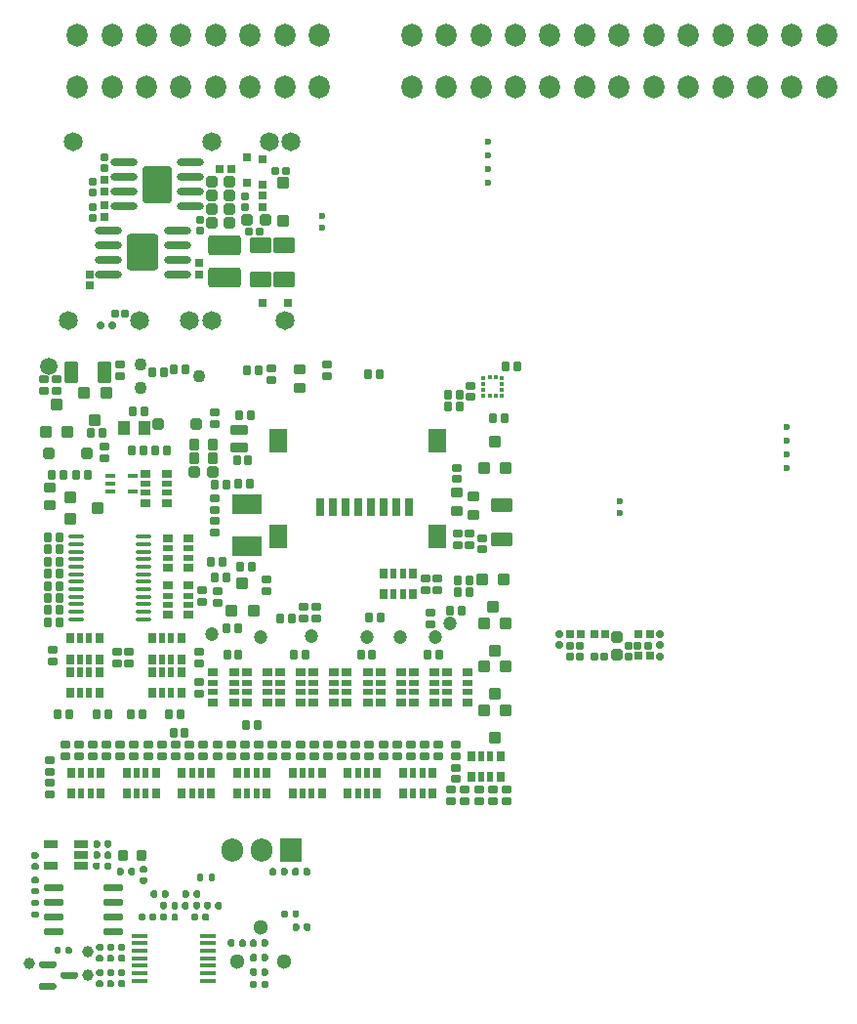
<source format=gbs>
G75*
G70*
%OFA0B0*%
%FSLAX25Y25*%
%IPPOS*%
%LPD*%
%AMOC8*
5,1,8,0,0,1.08239X$1,22.5*
%
%AMM17*
21,1,0.039370,0.030320,0.000000,0.000000,90.000000*
21,1,0.028350,0.041340,0.000000,0.000000,90.000000*
1,1,0.011020,0.015160,0.014170*
1,1,0.011020,0.015160,-0.014170*
1,1,0.011020,-0.015160,-0.014170*
1,1,0.011020,-0.015160,0.014170*
%
%AMM183*
21,1,0.041340,0.026770,0.000000,-0.000000,270.000000*
21,1,0.029130,0.038980,0.000000,-0.000000,270.000000*
1,1,0.012210,-0.013390,-0.014570*
1,1,0.012210,-0.013390,0.014570*
1,1,0.012210,0.013390,0.014570*
1,1,0.012210,0.013390,-0.014570*
%
%AMM184*
21,1,0.076380,0.036220,0.000000,-0.000000,0.000000*
21,1,0.061810,0.050790,0.000000,-0.000000,0.000000*
1,1,0.014570,0.030910,-0.018110*
1,1,0.014570,-0.030910,-0.018110*
1,1,0.014570,-0.030910,0.018110*
1,1,0.014570,0.030910,0.018110*
%
%AMM187*
21,1,0.029130,0.018900,0.000000,-0.000000,0.000000*
21,1,0.018900,0.029130,0.000000,-0.000000,0.000000*
1,1,0.010240,0.009450,-0.009450*
1,1,0.010240,-0.009450,-0.009450*
1,1,0.010240,-0.009450,0.009450*
1,1,0.010240,0.009450,0.009450*
%
%AMM188*
21,1,0.025200,0.019680,0.000000,-0.000000,270.000000*
21,1,0.015750,0.029130,0.000000,-0.000000,270.000000*
1,1,0.009450,-0.009840,-0.007870*
1,1,0.009450,-0.009840,0.007870*
1,1,0.009450,0.009840,0.007870*
1,1,0.009450,0.009840,-0.007870*
%
%AMM189*
21,1,0.025200,0.019680,0.000000,-0.000000,180.000000*
21,1,0.015750,0.029130,0.000000,-0.000000,180.000000*
1,1,0.009450,-0.007870,0.009840*
1,1,0.009450,0.007870,0.009840*
1,1,0.009450,0.007870,-0.009840*
1,1,0.009450,-0.007870,-0.009840*
%
%AMM195*
21,1,0.029130,0.018900,0.000000,-0.000000,270.000000*
21,1,0.018900,0.029130,0.000000,-0.000000,270.000000*
1,1,0.010240,-0.009450,-0.009450*
1,1,0.010240,-0.009450,0.009450*
1,1,0.010240,0.009450,0.009450*
1,1,0.010240,0.009450,-0.009450*
%
%AMM196*
21,1,0.111810,0.050390,0.000000,-0.000000,0.000000*
21,1,0.093700,0.068500,0.000000,-0.000000,0.000000*
1,1,0.018110,0.046850,-0.025200*
1,1,0.018110,-0.046850,-0.025200*
1,1,0.018110,-0.046850,0.025200*
1,1,0.018110,0.046850,0.025200*
%
%AMM197*
21,1,0.038980,0.026770,0.000000,-0.000000,180.000000*
21,1,0.026770,0.038980,0.000000,-0.000000,180.000000*
1,1,0.012210,-0.013390,0.013390*
1,1,0.012210,0.013390,0.013390*
1,1,0.012210,0.013390,-0.013390*
1,1,0.012210,-0.013390,-0.013390*
%
%AMM198*
21,1,0.127560,0.075590,0.000000,-0.000000,90.000000*
21,1,0.103150,0.100000,0.000000,-0.000000,90.000000*
1,1,0.024410,0.037800,0.051580*
1,1,0.024410,0.037800,-0.051580*
1,1,0.024410,-0.037800,-0.051580*
1,1,0.024410,-0.037800,0.051580*
%
%AMM199*
21,1,0.123620,0.083460,0.000000,-0.000000,270.000000*
21,1,0.097240,0.109840,0.000000,-0.000000,270.000000*
1,1,0.026380,-0.041730,-0.048620*
1,1,0.026380,-0.041730,0.048620*
1,1,0.026380,0.041730,0.048620*
1,1,0.026380,0.041730,-0.048620*
%
%AMM23*
21,1,0.031500,0.018900,0.000000,0.000000,180.000000*
21,1,0.022840,0.027560,0.000000,0.000000,180.000000*
1,1,0.008660,-0.011420,0.009450*
1,1,0.008660,0.011420,0.009450*
1,1,0.008660,0.011420,-0.009450*
1,1,0.008660,-0.011420,-0.009450*
%
%AMM26*
21,1,0.029530,0.026380,0.000000,0.000000,90.000000*
21,1,0.020470,0.035430,0.000000,0.000000,90.000000*
1,1,0.009060,0.013190,0.010240*
1,1,0.009060,0.013190,-0.010240*
1,1,0.009060,-0.013190,-0.010240*
1,1,0.009060,-0.013190,0.010240*
%
%AMM27*
21,1,0.021650,0.027950,0.000000,0.000000,90.000000*
21,1,0.014170,0.035430,0.000000,0.000000,90.000000*
1,1,0.007480,0.013980,0.007090*
1,1,0.007480,0.013980,-0.007090*
1,1,0.007480,-0.013980,-0.007090*
1,1,0.007480,-0.013980,0.007090*
%
%AMM29*
21,1,0.016540,0.028980,0.000000,0.000000,90.000000*
21,1,0.010080,0.035430,0.000000,0.000000,90.000000*
1,1,0.006460,0.014490,0.005040*
1,1,0.006460,0.014490,-0.005040*
1,1,0.006460,-0.014490,-0.005040*
1,1,0.006460,-0.014490,0.005040*
%
%AMM32*
21,1,0.031500,0.018900,0.000000,0.000000,90.000000*
21,1,0.022840,0.027560,0.000000,0.000000,90.000000*
1,1,0.008660,0.009450,0.011420*
1,1,0.008660,0.009450,-0.011420*
1,1,0.008660,-0.009450,-0.011420*
1,1,0.008660,-0.009450,0.011420*
%
%AMM45*
21,1,0.037400,0.026770,0.000000,0.000000,180.000000*
21,1,0.026770,0.037400,0.000000,0.000000,180.000000*
1,1,0.010630,-0.013390,0.013390*
1,1,0.010630,0.013390,0.013390*
1,1,0.010630,0.013390,-0.013390*
1,1,0.010630,-0.013390,-0.013390*
%
%AMM46*
21,1,0.039370,0.030320,0.000000,0.000000,180.000000*
21,1,0.028350,0.041340,0.000000,0.000000,180.000000*
1,1,0.011020,-0.014170,0.015160*
1,1,0.011020,0.014170,0.015160*
1,1,0.011020,0.014170,-0.015160*
1,1,0.011020,-0.014170,-0.015160*
%
%AMM47*
21,1,0.039760,0.026770,0.000000,0.000000,0.000000*
21,1,0.029130,0.037400,0.000000,0.000000,0.000000*
1,1,0.010630,0.014570,-0.013390*
1,1,0.010630,-0.014570,-0.013390*
1,1,0.010630,-0.014570,0.013390*
1,1,0.010630,0.014570,0.013390*
%
%AMM48*
21,1,0.074800,0.036220,0.000000,0.000000,0.000000*
21,1,0.061810,0.049210,0.000000,0.000000,0.000000*
1,1,0.012990,0.030910,-0.018110*
1,1,0.012990,-0.030910,-0.018110*
1,1,0.012990,-0.030910,0.018110*
1,1,0.012990,0.030910,0.018110*
%
%AMM49*
21,1,0.062990,0.020470,0.000000,0.000000,90.000000*
21,1,0.053940,0.029530,0.000000,0.000000,90.000000*
1,1,0.009060,0.010240,0.026970*
1,1,0.009060,0.010240,-0.026970*
1,1,0.009060,-0.010240,-0.026970*
1,1,0.009060,-0.010240,0.026970*
%
%AMM50*
21,1,0.082680,0.045670,0.000000,0.000000,90.000000*
21,1,0.067320,0.061020,0.000000,0.000000,90.000000*
1,1,0.015350,0.022840,0.033660*
1,1,0.015350,0.022840,-0.033660*
1,1,0.015350,-0.022840,-0.033660*
1,1,0.015350,-0.022840,0.033660*
%
%AMM51*
21,1,0.029530,0.026380,0.000000,0.000000,0.000000*
21,1,0.020470,0.035430,0.000000,0.000000,0.000000*
1,1,0.009060,0.010240,-0.013190*
1,1,0.009060,-0.010240,-0.013190*
1,1,0.009060,-0.010240,0.013190*
1,1,0.009060,0.010240,0.013190*
%
%AMM52*
21,1,0.021650,0.027950,0.000000,0.000000,0.000000*
21,1,0.014170,0.035430,0.000000,0.000000,0.000000*
1,1,0.007480,0.007090,-0.013980*
1,1,0.007480,-0.007090,-0.013980*
1,1,0.007480,-0.007090,0.013980*
1,1,0.007480,0.007090,0.013980*
%
%AMM53*
21,1,0.031500,0.030710,0.000000,0.000000,90.000000*
21,1,0.022050,0.040160,0.000000,0.000000,90.000000*
1,1,0.009450,0.015350,0.011020*
1,1,0.009450,0.015350,-0.011020*
1,1,0.009450,-0.015350,-0.011020*
1,1,0.009450,-0.015350,0.011020*
%
%AMM54*
21,1,0.031500,0.049610,0.000000,0.000000,270.000000*
21,1,0.022050,0.059060,0.000000,0.000000,270.000000*
1,1,0.009450,-0.024800,-0.011020*
1,1,0.009450,-0.024800,0.011020*
1,1,0.009450,0.024800,0.011020*
1,1,0.009450,0.024800,-0.011020*
%
%AMM55*
21,1,0.031500,0.030710,0.000000,0.000000,0.000000*
21,1,0.022050,0.040160,0.000000,0.000000,0.000000*
1,1,0.009450,0.011020,-0.015350*
1,1,0.009450,-0.011020,-0.015350*
1,1,0.009450,-0.011020,0.015350*
1,1,0.009450,0.011020,0.015350*
%
%AMM56*
21,1,0.074800,0.036220,0.000000,0.000000,90.000000*
21,1,0.061810,0.049210,0.000000,0.000000,90.000000*
1,1,0.012990,0.018110,0.030910*
1,1,0.012990,0.018110,-0.030910*
1,1,0.012990,-0.018110,-0.030910*
1,1,0.012990,-0.018110,0.030910*
%
%AMM63*
21,1,0.029130,0.018900,0.000000,0.000000,180.000000*
21,1,0.018900,0.029130,0.000000,0.000000,180.000000*
1,1,0.010240,-0.009450,0.009450*
1,1,0.010240,0.009450,0.009450*
1,1,0.010240,0.009450,-0.009450*
1,1,0.010240,-0.009450,-0.009450*
%
%AMM64*
21,1,0.025200,0.019680,0.000000,0.000000,270.000000*
21,1,0.015750,0.029130,0.000000,0.000000,270.000000*
1,1,0.009450,-0.009840,-0.007870*
1,1,0.009450,-0.009840,0.007870*
1,1,0.009450,0.009840,0.007870*
1,1,0.009450,0.009840,-0.007870*
%
%AMM65*
21,1,0.038980,0.026770,0.000000,0.000000,270.000000*
21,1,0.026770,0.038980,0.000000,0.000000,270.000000*
1,1,0.012210,-0.013390,-0.013390*
1,1,0.012210,-0.013390,0.013390*
1,1,0.012210,0.013390,0.013390*
1,1,0.012210,0.013390,-0.013390*
%
%AMM66*
21,1,0.025200,0.019680,0.000000,0.000000,0.000000*
21,1,0.015750,0.029130,0.000000,0.000000,0.000000*
1,1,0.009450,0.007870,-0.009840*
1,1,0.009450,-0.007870,-0.009840*
1,1,0.009450,-0.007870,0.009840*
1,1,0.009450,0.007870,0.009840*
%
%ADD10C,0.02362*%
%ADD102M23*%
%ADD106M26*%
%ADD107M27*%
%ADD111M29*%
%ADD117M32*%
%ADD118C,0.04294*%
%ADD119C,0.04724*%
%ADD13O,0.07087X0.07874*%
%ADD141M45*%
%ADD142M46*%
%ADD143M47*%
%ADD144R,0.04331X0.04724*%
%ADD145M48*%
%ADD146M49*%
%ADD147M50*%
%ADD148R,0.09843X0.07087*%
%ADD149M51*%
%ADD150M52*%
%ADD151M53*%
%ADD152M54*%
%ADD153M55*%
%ADD154M56*%
%ADD155O,0.05354X0.01378*%
%ADD156R,0.01378X0.01772*%
%ADD157R,0.01772X0.01378*%
%ADD162C,0.02913*%
%ADD167M63*%
%ADD168M64*%
%ADD169M65*%
%ADD170M66*%
%ADD173C,0.05118*%
%ADD176R,0.07500X0.07874*%
%ADD177O,0.07500X0.07874*%
%ADD181R,0.05709X0.01772*%
%ADD182R,0.04803X0.02559*%
%ADD210C,0.06457*%
%ADD25C,0.05906*%
%ADD257O,0.09213X0.02520*%
%ADD315M183*%
%ADD316M184*%
%ADD319M187*%
%ADD320M188*%
%ADD321M189*%
%ADD327M195*%
%ADD328M196*%
%ADD329M197*%
%ADD330M198*%
%ADD331M199*%
%ADD90C,0.03900*%
%ADD95M17*%
X0000000Y0000000D02*
%LPD*%
G01*
D10*
X0222543Y0130676D03*
X0222543Y0126936D03*
X0222543Y0123195D03*
X0188291Y0127132D03*
X0188291Y0130676D03*
D13*
X0023528Y0317329D03*
X0035339Y0317329D03*
X0047150Y0317329D03*
X0058961Y0317329D03*
X0070772Y0317329D03*
X0082583Y0317329D03*
X0094394Y0317329D03*
X0106205Y0317329D03*
X0137701Y0317329D03*
X0149512Y0317329D03*
X0161323Y0317329D03*
X0173134Y0317329D03*
X0184945Y0317329D03*
X0196756Y0317329D03*
X0208567Y0317329D03*
X0220378Y0317329D03*
X0232189Y0317329D03*
X0244000Y0317329D03*
X0255811Y0317329D03*
X0267622Y0317329D03*
X0279433Y0317329D03*
X0279433Y0335046D03*
X0267622Y0335046D03*
X0255811Y0335046D03*
X0244000Y0335046D03*
X0232189Y0335046D03*
X0220378Y0335046D03*
X0208567Y0335046D03*
X0196756Y0335046D03*
X0184945Y0335046D03*
X0173134Y0335046D03*
X0161323Y0335046D03*
X0149512Y0335046D03*
X0137701Y0335046D03*
X0106205Y0335046D03*
X0094394Y0335046D03*
X0082583Y0335046D03*
X0070772Y0335046D03*
X0058961Y0335046D03*
X0047150Y0335046D03*
X0035339Y0335046D03*
X0023528Y0335046D03*
D25*
X0094563Y0237697D03*
X0069366Y0237697D03*
X0061886Y0237697D03*
X0044957Y0237697D03*
D10*
X0035508Y0235925D03*
X0031571Y0235925D03*
D25*
X0020350Y0237697D03*
X0096335Y0298720D03*
X0089051Y0298720D03*
X0069563Y0298720D03*
X0022122Y0298720D03*
D10*
X0163850Y0289425D03*
X0163850Y0284701D03*
X0163850Y0294150D03*
X0163850Y0298874D03*
X0107059Y0273441D03*
X0107059Y0269504D03*
X0265689Y0192067D03*
X0265689Y0187343D03*
X0265689Y0196791D03*
X0265689Y0201516D03*
X0208898Y0176083D03*
X0208898Y0172146D03*
X0207421Y0164902D02*
%LPD*%
G01*
D10*
X0265689Y0192067D03*
X0265689Y0187343D03*
X0265689Y0196792D03*
X0265689Y0201516D03*
X0208897Y0176083D03*
X0208897Y0172146D03*
X0009496Y0068685D02*
G01*
G75*
D95*
X0021111Y0169927D02*
D03*
X0030363Y0173667D02*
D03*
D95*
X0021111Y0177408D02*
D03*
D102*
X0157478Y0165142D02*
D03*
X0157478Y0161205D02*
D03*
X0041189Y0120653D02*
D03*
X0041189Y0124590D02*
D03*
X0161858Y0163567D02*
D03*
X0161858Y0159630D02*
D03*
X0038138Y0222819D02*
D03*
X0038138Y0218882D02*
D03*
X0071321Y0145457D02*
D03*
X0071321Y0141520D02*
D03*
X0088226Y0145385D02*
D03*
X0088226Y0149322D02*
D03*
X0066189Y0141913D02*
D03*
X0066189Y0145850D02*
D03*
X0014995Y0125501D02*
D03*
X0014995Y0121564D02*
D03*
X0032724Y0194669D02*
D03*
X0032724Y0190732D02*
D03*
X0012252Y0213764D02*
D03*
X0012252Y0217701D02*
D03*
X0144142Y0137976D02*
D03*
X0144142Y0134039D02*
D03*
X0070520Y0202543D02*
D03*
X0070520Y0206480D02*
D03*
X0100737Y0136106D02*
D03*
X0100737Y0140043D02*
D03*
X0089712Y0217406D02*
D03*
X0089712Y0221342D02*
D03*
X0142567Y0149787D02*
D03*
X0142567Y0145850D02*
D03*
X0146504Y0149787D02*
D03*
X0146504Y0145850D02*
D03*
X0016386Y0213764D02*
D03*
X0016386Y0217701D02*
D03*
X0153394Y0165142D02*
D03*
X0153394Y0161205D02*
D03*
X0153197Y0187583D02*
D03*
X0153197Y0183646D02*
D03*
X0105067Y0136106D02*
D03*
X0105067Y0140043D02*
D03*
X0108709Y0222622D02*
D03*
X0108709Y0218685D02*
D03*
X0070520Y0173016D02*
D03*
X0070520Y0176953D02*
D03*
X0070520Y0169472D02*
D03*
X0070520Y0165535D02*
D03*
X0057134Y0093094D02*
D03*
X0057134Y0089157D02*
D03*
X0061858Y0093094D02*
D03*
X0061858Y0089157D02*
D03*
X0066583Y0093094D02*
D03*
X0066583Y0089157D02*
D03*
X0071307Y0093094D02*
D03*
X0071307Y0089157D02*
D03*
X0155953Y0073803D02*
D03*
X0155953Y0077740D02*
D03*
X0160677Y0077740D02*
D03*
X0160677Y0073803D02*
D03*
X0165401Y0073803D02*
D03*
X0165401Y0077740D02*
D03*
X0170126Y0073803D02*
D03*
X0170126Y0077740D02*
D03*
X0037252Y0120653D02*
D03*
X0037252Y0124590D02*
D03*
X0065205Y0120653D02*
D03*
X0065205Y0124590D02*
D03*
X0033512Y0093094D02*
D03*
X0033512Y0089157D02*
D03*
X0028788Y0093094D02*
D03*
X0028788Y0089157D02*
D03*
X0024063Y0093094D02*
D03*
X0024063Y0089157D02*
D03*
X0019339Y0093094D02*
D03*
X0019339Y0089157D02*
D03*
X0052410Y0093094D02*
D03*
X0052410Y0089157D02*
D03*
X0047685Y0093094D02*
D03*
X0047685Y0089157D02*
D03*
X0042961Y0093094D02*
D03*
X0042961Y0089157D02*
D03*
X0038236Y0093094D02*
D03*
X0038236Y0089157D02*
D03*
X0090205Y0093094D02*
D03*
X0090205Y0089157D02*
D03*
X0085481Y0093094D02*
D03*
X0085481Y0089157D02*
D03*
X0080756Y0093094D02*
D03*
X0080756Y0089157D02*
D03*
X0076032Y0093094D02*
D03*
X0076032Y0089157D02*
D03*
X0109103Y0089157D02*
D03*
X0109103Y0093094D02*
D03*
X0104378Y0093094D02*
D03*
X0104378Y0089157D02*
D03*
X0099654Y0093094D02*
D03*
X0099654Y0089157D02*
D03*
X0094929Y0093094D02*
D03*
X0094929Y0089157D02*
D03*
X0128000Y0093094D02*
D03*
X0128000Y0089157D02*
D03*
X0123276Y0093094D02*
D03*
X0123276Y0089157D02*
D03*
X0118551Y0093094D02*
D03*
X0118551Y0089157D02*
D03*
X0113827Y0093094D02*
D03*
X0113827Y0089157D02*
D03*
X0142173Y0093094D02*
D03*
X0142173Y0089157D02*
D03*
X0137449Y0093094D02*
D03*
X0137449Y0089157D02*
D03*
X0132724Y0093094D02*
D03*
X0132724Y0089157D02*
D03*
X0014220Y0083842D02*
D03*
X0014220Y0087779D02*
D03*
X0151229Y0077740D02*
D03*
X0151229Y0073803D02*
D03*
X0065205Y0110417D02*
D03*
X0065205Y0114354D02*
D03*
X0152803Y0089157D02*
D03*
X0152803Y0093094D02*
D03*
X0014220Y0076165D02*
D03*
X0014220Y0080102D02*
D03*
X0152803Y0085220D02*
D03*
X0152803Y0081283D02*
D03*
X0157921Y0215535D02*
D03*
X0157921Y0211598D02*
D03*
X0146898Y0093094D02*
D03*
X0146898Y0089157D02*
D03*
D106*
X0046898Y0185516D02*
D03*
X0053984Y0185516D02*
D03*
X0053984Y0175476D02*
D03*
X0046898Y0175476D02*
D03*
X0061465Y0137287D02*
D03*
X0054378Y0137287D02*
D03*
X0054378Y0147327D02*
D03*
X0061465Y0147327D02*
D03*
X0061465Y0153429D02*
D03*
X0054378Y0153429D02*
D03*
X0054378Y0163469D02*
D03*
X0061465Y0163469D02*
D03*
X0156937Y0117602D02*
D03*
X0149850Y0117602D02*
D03*
X0149850Y0107563D02*
D03*
X0156937Y0107563D02*
D03*
X0138433Y0107563D02*
D03*
X0145520Y0107563D02*
D03*
X0145520Y0117602D02*
D03*
X0138433Y0117602D02*
D03*
X0088433Y0117602D02*
D03*
X0081347Y0117602D02*
D03*
X0081347Y0107563D02*
D03*
X0088433Y0107563D02*
D03*
X0069929Y0107563D02*
D03*
X0077016Y0107563D02*
D03*
X0077016Y0117602D02*
D03*
X0069929Y0117602D02*
D03*
X0111268Y0117602D02*
D03*
X0104181Y0117602D02*
D03*
X0104181Y0107563D02*
D03*
X0111268Y0107563D02*
D03*
X0092764Y0107563D02*
D03*
X0099851Y0107563D02*
D03*
X0099851Y0117602D02*
D03*
X0092764Y0117602D02*
D03*
X0134103Y0117602D02*
D03*
X0127016Y0117602D02*
D03*
X0127016Y0107563D02*
D03*
X0134103Y0107563D02*
D03*
X0115599Y0107563D02*
D03*
X0122685Y0107563D02*
D03*
X0122685Y0117602D02*
D03*
X0115599Y0117602D02*
D03*
D107*
X0053984Y0178921D02*
D03*
X0053984Y0182071D02*
D03*
X0046898Y0182071D02*
D03*
X0046898Y0178921D02*
D03*
X0054378Y0143882D02*
D03*
X0054378Y0140732D02*
D03*
X0061465Y0140732D02*
D03*
X0061465Y0143882D02*
D03*
X0054378Y0160024D02*
D03*
X0054378Y0156874D02*
D03*
X0061465Y0156874D02*
D03*
X0061465Y0160024D02*
D03*
X0156937Y0114157D02*
D03*
X0156937Y0111008D02*
D03*
X0149850Y0111008D02*
D03*
X0149850Y0114157D02*
D03*
X0138433Y0111008D02*
D03*
X0138433Y0114157D02*
D03*
X0145520Y0114157D02*
D03*
X0145520Y0111008D02*
D03*
X0088433Y0114157D02*
D03*
X0088433Y0111008D02*
D03*
X0081347Y0111008D02*
D03*
X0081347Y0114157D02*
D03*
X0069929Y0111008D02*
D03*
X0069929Y0114157D02*
D03*
X0077016Y0114157D02*
D03*
X0077016Y0111008D02*
D03*
X0111268Y0114157D02*
D03*
X0111268Y0111008D02*
D03*
X0104181Y0111008D02*
D03*
X0104181Y0114157D02*
D03*
X0092764Y0111008D02*
D03*
X0092764Y0114157D02*
D03*
X0099851Y0114157D02*
D03*
X0099851Y0111008D02*
D03*
X0134103Y0114157D02*
D03*
X0134103Y0111008D02*
D03*
X0127016Y0111008D02*
D03*
X0127016Y0114157D02*
D03*
X0115599Y0111008D02*
D03*
X0115599Y0114157D02*
D03*
X0122685Y0114157D02*
D03*
X0122685Y0111008D02*
D03*
D111*
X0034890Y0179512D02*
D03*
X0034890Y0182071D02*
D03*
X0034890Y0184630D02*
D03*
X0042370Y0184630D02*
D03*
X0042370Y0179512D02*
D03*
D117*
X0053197Y0220063D02*
D03*
X0049260Y0220063D02*
D03*
X0169339Y0204315D02*
D03*
X0165401Y0204315D02*
D03*
X0028239Y0199494D02*
D03*
X0032176Y0199494D02*
D03*
X0053984Y0193488D02*
D03*
X0050047Y0193488D02*
D03*
X0042173Y0193488D02*
D03*
X0046110Y0193488D02*
D03*
X0150835Y0138764D02*
D03*
X0154772Y0138764D02*
D03*
X0081543Y0220654D02*
D03*
X0085480Y0220654D02*
D03*
X0150244Y0208449D02*
D03*
X0154181Y0208449D02*
D03*
X0122882Y0219472D02*
D03*
X0126819Y0219472D02*
D03*
X0078406Y0132663D02*
D03*
X0074469Y0132663D02*
D03*
X0069142Y0155299D02*
D03*
X0073079Y0155299D02*
D03*
X0079181Y0153724D02*
D03*
X0083118Y0153724D02*
D03*
X0078394Y0182071D02*
D03*
X0082331Y0182071D02*
D03*
X0173669Y0222228D02*
D03*
X0169732Y0222228D02*
D03*
X0060480Y0221244D02*
D03*
X0056543Y0221244D02*
D03*
X0042567Y0206874D02*
D03*
X0046504Y0206874D02*
D03*
X0153591Y0145063D02*
D03*
X0157528Y0145063D02*
D03*
X0153591Y0149000D02*
D03*
X0157528Y0149000D02*
D03*
X0154181Y0212386D02*
D03*
X0150244Y0212386D02*
D03*
X0127114Y0136500D02*
D03*
X0123177Y0136500D02*
D03*
X0070520Y0181677D02*
D03*
X0074457Y0181677D02*
D03*
X0070520Y0149984D02*
D03*
X0074457Y0149984D02*
D03*
X0078787Y0205299D02*
D03*
X0082724Y0205299D02*
D03*
X0078000Y0189945D02*
D03*
X0081937Y0189945D02*
D03*
X0092862Y0136106D02*
D03*
X0096799Y0136106D02*
D03*
X0147095Y0123803D02*
D03*
X0143158Y0123803D02*
D03*
X0078591Y0123803D02*
D03*
X0074654Y0123803D02*
D03*
X0101425Y0123803D02*
D03*
X0097488Y0123803D02*
D03*
X0124260Y0123803D02*
D03*
X0120323Y0123803D02*
D03*
X0085087Y0099787D02*
D03*
X0081150Y0099787D02*
D03*
X0030035Y0103331D02*
D03*
X0033972Y0103331D02*
D03*
X0020846Y0103331D02*
D03*
X0016909Y0103331D02*
D03*
X0054839Y0103331D02*
D03*
X0058776Y0103331D02*
D03*
X0045650Y0103331D02*
D03*
X0041713Y0103331D02*
D03*
X0018748Y0185220D02*
D03*
X0014811Y0185220D02*
D03*
X0023276Y0185220D02*
D03*
X0027213Y0185220D02*
D03*
X0060284Y0097031D02*
D03*
X0056347Y0097031D02*
D03*
X0013433Y0134827D02*
D03*
X0017370Y0134827D02*
D03*
X0013433Y0147228D02*
D03*
X0017370Y0147228D02*
D03*
X0013433Y0151362D02*
D03*
X0017370Y0151362D02*
D03*
X0013433Y0159630D02*
D03*
X0017370Y0159630D02*
D03*
X0013433Y0155496D02*
D03*
X0017370Y0155496D02*
D03*
X0013433Y0163764D02*
D03*
X0017370Y0163764D02*
D03*
X0013433Y0143095D02*
D03*
X0017370Y0143095D02*
D03*
X0013433Y0138961D02*
D03*
X0017370Y0138961D02*
D03*
D118*
X0065244Y0218626D02*
D03*
X0045244Y0214626D02*
D03*
X0045244Y0222626D02*
D03*
D119*
X0103591Y0130102D02*
D03*
X0150835Y0134433D02*
D03*
X0145717Y0129709D02*
D03*
X0133905Y0129709D02*
D03*
X0122488Y0129709D02*
D03*
X0086268Y0129709D02*
D03*
X0069338Y0130890D02*
D03*
D25*
X0013827Y0222228D02*
D03*
D141*
X0063473Y0186205D02*
D03*
X0069693Y0186205D02*
D03*
D142*
X0166076Y0196556D02*
D03*
X0169816Y0187304D02*
D03*
X0083647Y0138805D02*
D03*
X0079907Y0148057D02*
D03*
X0020126Y0199669D02*
D03*
X0016386Y0208921D02*
D03*
X0025835Y0213094D02*
D03*
X0029575Y0203843D02*
D03*
X0162449Y0104709D02*
D03*
X0166189Y0095457D02*
D03*
X0166189Y0110352D02*
D03*
X0162449Y0119604D02*
D03*
X0162449Y0134499D02*
D03*
X0166189Y0125247D02*
D03*
X0161662Y0149394D02*
D03*
X0165402Y0140142D02*
D03*
D142*
X0162336Y0187304D02*
D03*
X0076167Y0138805D02*
D03*
X0012646Y0199669D02*
D03*
X0033315Y0213095D02*
D03*
X0169929Y0104709D02*
D03*
X0169929Y0119604D02*
D03*
X0169929Y0134499D02*
D03*
X0169142Y0149394D02*
D03*
D143*
X0013827Y0192307D02*
D03*
X0026819Y0192307D02*
D03*
X0051228Y0202543D02*
D03*
X0064221Y0202543D02*
D03*
D144*
X0046307Y0200968D02*
D03*
X0039614Y0200968D02*
D03*
D145*
X0168551Y0163173D02*
D03*
X0168551Y0174590D02*
D03*
D146*
X0106622Y0174209D02*
D03*
X0110953Y0174209D02*
D03*
X0115284Y0174209D02*
D03*
X0119614Y0174209D02*
D03*
X0123945Y0174209D02*
D03*
X0128276Y0174209D02*
D03*
X0132607Y0174209D02*
D03*
X0136937Y0174209D02*
D03*
D147*
X0146307Y0163973D02*
D03*
X0146307Y0196650D02*
D03*
X0092174Y0196650D02*
D03*
X0092174Y0163973D02*
D03*
D148*
X0081544Y0175181D02*
D03*
X0081544Y0160614D02*
D03*
D149*
X0128099Y0151362D02*
D03*
X0128099Y0144276D02*
D03*
X0138138Y0144276D02*
D03*
X0138138Y0151362D02*
D03*
X0059201Y0076362D02*
D03*
X0059201Y0083449D02*
D03*
X0069240Y0083449D02*
D03*
X0069240Y0076362D02*
D03*
X0031051Y0110811D02*
D03*
X0031051Y0117898D02*
D03*
X0021012Y0117898D02*
D03*
X0021012Y0110811D02*
D03*
X0021012Y0129315D02*
D03*
X0021012Y0122228D02*
D03*
X0031051Y0122228D02*
D03*
X0031051Y0129315D02*
D03*
X0059004Y0110811D02*
D03*
X0059004Y0117898D02*
D03*
X0048965Y0117898D02*
D03*
X0048965Y0110811D02*
D03*
X0048965Y0129315D02*
D03*
X0048965Y0122228D02*
D03*
X0059004Y0122228D02*
D03*
X0059004Y0129315D02*
D03*
X0021406Y0076362D02*
D03*
X0021406Y0083449D02*
D03*
X0031445Y0083449D02*
D03*
X0031445Y0076362D02*
D03*
X0040303Y0076362D02*
D03*
X0040303Y0083449D02*
D03*
X0050342Y0083449D02*
D03*
X0050342Y0076362D02*
D03*
X0078098Y0076362D02*
D03*
X0078098Y0083449D02*
D03*
X0088138Y0083449D02*
D03*
X0088138Y0076362D02*
D03*
X0096996Y0076362D02*
D03*
X0096996Y0083449D02*
D03*
X0107036Y0083449D02*
D03*
X0107036Y0076362D02*
D03*
X0115894Y0076362D02*
D03*
X0115894Y0083449D02*
D03*
X0125933Y0083449D02*
D03*
X0125933Y0076362D02*
D03*
X0134791Y0076362D02*
D03*
X0134791Y0083449D02*
D03*
X0144831Y0083449D02*
D03*
X0144831Y0076362D02*
D03*
X0168059Y0082071D02*
D03*
X0168059Y0089157D02*
D03*
X0158020Y0089157D02*
D03*
X0158020Y0082071D02*
D03*
D150*
X0131543Y0151362D02*
D03*
X0134693Y0151362D02*
D03*
X0134693Y0144276D02*
D03*
X0131543Y0144276D02*
D03*
X0065795Y0083449D02*
D03*
X0062646Y0083449D02*
D03*
X0062646Y0076362D02*
D03*
X0065795Y0076362D02*
D03*
X0027606Y0110811D02*
D03*
X0024457Y0110811D02*
D03*
X0024457Y0117898D02*
D03*
X0027606Y0117898D02*
D03*
X0024457Y0129315D02*
D03*
X0027606Y0129315D02*
D03*
X0027606Y0122228D02*
D03*
X0024457Y0122228D02*
D03*
X0055559Y0110811D02*
D03*
X0052409Y0110811D02*
D03*
X0052409Y0117898D02*
D03*
X0055559Y0117898D02*
D03*
X0052410Y0129315D02*
D03*
X0055559Y0129315D02*
D03*
X0055559Y0122228D02*
D03*
X0052410Y0122228D02*
D03*
X0028000Y0083449D02*
D03*
X0024851Y0083449D02*
D03*
X0024851Y0076362D02*
D03*
X0028000Y0076362D02*
D03*
X0046898Y0083449D02*
D03*
X0043748Y0083449D02*
D03*
X0043748Y0076362D02*
D03*
X0046898Y0076362D02*
D03*
X0084693Y0083449D02*
D03*
X0081543Y0083449D02*
D03*
X0081543Y0076362D02*
D03*
X0084693Y0076362D02*
D03*
X0103591Y0083449D02*
D03*
X0100441Y0083449D02*
D03*
X0100441Y0076362D02*
D03*
X0103591Y0076362D02*
D03*
X0122488Y0083449D02*
D03*
X0119339Y0083449D02*
D03*
X0119339Y0076362D02*
D03*
X0122488Y0076362D02*
D03*
X0141386Y0083449D02*
D03*
X0138236Y0083449D02*
D03*
X0138236Y0076362D02*
D03*
X0141386Y0076362D02*
D03*
X0164614Y0082071D02*
D03*
X0161465Y0082071D02*
D03*
X0161465Y0089157D02*
D03*
X0164614Y0089157D02*
D03*
D151*
X0153197Y0178921D02*
D03*
X0153197Y0172622D02*
D03*
X0099555Y0214650D02*
D03*
X0099555Y0220949D02*
D03*
X0014221Y0180890D02*
D03*
X0014221Y0174590D02*
D03*
X0158709Y0171441D02*
D03*
X0158709Y0177740D02*
D03*
D152*
X0078787Y0200378D02*
D03*
X0078787Y0194472D02*
D03*
D153*
X0069733Y0195457D02*
D03*
X0063433Y0195457D02*
D03*
X0069733Y0190831D02*
D03*
X0063433Y0190831D02*
D03*
D154*
X0021307Y0220063D02*
D03*
X0032724Y0220063D02*
D03*
D155*
X0023118Y0135811D02*
D03*
X0023118Y0138370D02*
D03*
X0023118Y0140929D02*
D03*
X0023118Y0143488D02*
D03*
X0023118Y0146047D02*
D03*
X0023118Y0148606D02*
D03*
X0023118Y0151165D02*
D03*
X0023118Y0153724D02*
D03*
X0023118Y0156283D02*
D03*
X0023118Y0158843D02*
D03*
X0023118Y0161401D02*
D03*
X0023118Y0163961D02*
D03*
X0046111Y0135811D02*
D03*
X0046111Y0138370D02*
D03*
X0046111Y0140929D02*
D03*
X0046111Y0143488D02*
D03*
X0046111Y0146047D02*
D03*
X0046111Y0148606D02*
D03*
X0046111Y0151165D02*
D03*
X0046111Y0153724D02*
D03*
X0046111Y0156283D02*
D03*
X0046111Y0158843D02*
D03*
X0046111Y0161401D02*
D03*
X0046111Y0163961D02*
D03*
D156*
X0166386Y0211992D02*
D03*
X0164418Y0211992D02*
D03*
X0164418Y0218291D02*
D03*
X0166386Y0218291D02*
D03*
D157*
X0162252Y0212189D02*
D03*
X0162252Y0214158D02*
D03*
X0162252Y0216126D02*
D03*
X0162252Y0218094D02*
D03*
X0168552Y0212189D02*
D03*
X0168552Y0218094D02*
D03*
X0168552Y0214158D02*
D03*
X0168552Y0216126D02*
D03*
X0187110Y0120440D02*
G01*
G75*
D162*
X0222543Y0130676D02*
D03*
X0222543Y0126936D02*
D03*
X0222543Y0123196D02*
D03*
X0188291Y0127133D02*
D03*
X0188291Y0130676D02*
D03*
D167*
X0215063Y0130676D02*
D03*
X0219000Y0130676D02*
D03*
X0203940Y0130676D02*
D03*
X0200003Y0130676D02*
D03*
X0195574Y0130676D02*
D03*
X0191637Y0130676D02*
D03*
X0215063Y0123393D02*
D03*
X0219000Y0123393D02*
D03*
D168*
X0211678Y0123196D02*
D03*
X0211678Y0126739D02*
D03*
D169*
X0207793Y0129909D02*
D03*
X0207793Y0123688D02*
D03*
D170*
X0195181Y0126739D02*
D03*
X0191638Y0126739D02*
D03*
X0203547Y0123196D02*
D03*
X0200004Y0123196D02*
D03*
X0218409Y0126797D02*
D03*
X0214866Y0126797D02*
D03*
X0191638Y0123196D02*
D03*
X0195181Y0123196D02*
D03*
X0002815Y0007437D02*
%LPD*%
G01*
D173*
X0093996Y0019051D03*
X0086122Y0030862D03*
X0078248Y0019051D03*
D90*
X0006988Y0018264D03*
X0026988Y0014264D03*
X0026988Y0022264D03*
D176*
X0096476Y0057142D03*
D177*
X0086476Y0057142D03*
X0076476Y0057142D03*
G36*
G01*
X0082520Y0014796D02*
X0082520Y0016154D01*
G75*
G02*
X0083100Y0016735I0000581J0000000D01*
G01*
X0084262Y0016735D01*
G75*
G02*
X0084843Y0016154I0000000J-000581D01*
G01*
X0084843Y0014796D01*
G75*
G02*
X0084262Y0014215I-000581J0000000D01*
G01*
X0083100Y0014215D01*
G75*
G02*
X0082520Y0014796I0000000J0000581D01*
G01*
G37*
G36*
G01*
X0086339Y0014796D02*
X0086339Y0016154D01*
G75*
G02*
X0086919Y0016735I0000581J0000000D01*
G01*
X0088081Y0016735D01*
G75*
G02*
X0088661Y0016154I0000000J-000581D01*
G01*
X0088661Y0014796D01*
G75*
G02*
X0088081Y0014215I-000581J0000000D01*
G01*
X0086919Y0014215D01*
G75*
G02*
X0086339Y0014796I0000000J0000581D01*
G01*
G37*
G36*
G01*
X0096988Y0030085D02*
X0096988Y0031443D01*
G75*
G02*
X0097569Y0032024I0000581J0000000D01*
G01*
X0098730Y0032024D01*
G75*
G02*
X0099311Y0031443I0000000J-000581D01*
G01*
X0099311Y0030085D01*
G75*
G02*
X0098730Y0029504I-000581J0000000D01*
G01*
X0097569Y0029504D01*
G75*
G02*
X0096988Y0030085I0000000J0000581D01*
G01*
G37*
G36*
G01*
X0100807Y0030085D02*
X0100807Y0031443D01*
G75*
G02*
X0101388Y0032024I0000581J0000000D01*
G01*
X0102549Y0032024D01*
G75*
G02*
X0103130Y0031443I0000000J-000581D01*
G01*
X0103130Y0030085D01*
G75*
G02*
X0102549Y0029504I-000581J0000000D01*
G01*
X0101388Y0029504D01*
G75*
G02*
X0100807Y0030085I0000000J0000581D01*
G01*
G37*
G36*
G01*
X0047106Y0056281D02*
X0047106Y0054263D01*
G75*
G02*
X0046245Y0053402I-000861J0000000D01*
G01*
X0044523Y0053402D01*
G75*
G02*
X0043661Y0054263I0000000J0000861D01*
G01*
X0043661Y0056281D01*
G75*
G02*
X0044523Y0057142I0000861J0000000D01*
G01*
X0046245Y0057142D01*
G75*
G02*
X0047106Y0056281I0000000J-000861D01*
G01*
G37*
G36*
G01*
X0040906Y0056281D02*
X0040906Y0054263D01*
G75*
G02*
X0040044Y0053402I-000861J0000000D01*
G01*
X0038322Y0053402D01*
G75*
G02*
X0037461Y0054263I0000000J0000861D01*
G01*
X0037461Y0056281D01*
G75*
G02*
X0038322Y0057142I0000861J0000000D01*
G01*
X0040044Y0057142D01*
G75*
G02*
X0040906Y0056281I0000000J-000861D01*
G01*
G37*
G36*
G01*
X0088661Y0011955D02*
X0088661Y0010596D01*
G75*
G02*
X0088081Y0010016I-000581J0000000D01*
G01*
X0086919Y0010016D01*
G75*
G02*
X0086339Y0010596I0000000J0000581D01*
G01*
X0086339Y0011955D01*
G75*
G02*
X0086919Y0012535I0000581J0000000D01*
G01*
X0088081Y0012535D01*
G75*
G02*
X0088661Y0011955I0000000J-000581D01*
G01*
G37*
G36*
G01*
X0084843Y0011955D02*
X0084843Y0010596D01*
G75*
G02*
X0084262Y0010016I-000581J0000000D01*
G01*
X0083100Y0010016D01*
G75*
G02*
X0082520Y0010596I0000000J0000581D01*
G01*
X0082520Y0011955D01*
G75*
G02*
X0083100Y0012535I0000581J0000000D01*
G01*
X0084262Y0012535D01*
G75*
G02*
X0084843Y0011955I0000000J-000581D01*
G01*
G37*
G36*
G01*
X0028960Y0050951D02*
X0028960Y0052309D01*
G75*
G02*
X0029540Y0052890I0000581J0000000D01*
G01*
X0030702Y0052890D01*
G75*
G02*
X0031282Y0052309I0000000J-000581D01*
G01*
X0031282Y0050951D01*
G75*
G02*
X0030702Y0050370I-000581J0000000D01*
G01*
X0029540Y0050370D01*
G75*
G02*
X0028960Y0050951I0000000J0000581D01*
G01*
G37*
G36*
G01*
X0032778Y0050951D02*
X0032778Y0052309D01*
G75*
G02*
X0033359Y0052890I0000581J0000000D01*
G01*
X0034521Y0052890D01*
G75*
G02*
X0035101Y0052309I0000000J-000581D01*
G01*
X0035101Y0050951D01*
G75*
G02*
X0034521Y0050370I-000581J0000000D01*
G01*
X0033359Y0050370D01*
G75*
G02*
X0032778Y0050951I0000000J0000581D01*
G01*
G37*
G36*
G01*
X0037047Y0049081D02*
X0037047Y0050439D01*
G75*
G02*
X0037628Y0051020I0000581J0000000D01*
G01*
X0038789Y0051020D01*
G75*
G02*
X0039370Y0050439I0000000J-000581D01*
G01*
X0039370Y0049081D01*
G75*
G02*
X0038789Y0048500I-000581J0000000D01*
G01*
X0037628Y0048500D01*
G75*
G02*
X0037047Y0049081I0000000J0000581D01*
G01*
G37*
G36*
G01*
X0040866Y0049081D02*
X0040866Y0050439D01*
G75*
G02*
X0041447Y0051020I0000581J0000000D01*
G01*
X0042608Y0051020D01*
G75*
G02*
X0043189Y0050439I0000000J-000581D01*
G01*
X0043189Y0049081D01*
G75*
G02*
X0042608Y0048500I-000581J0000000D01*
G01*
X0041447Y0048500D01*
G75*
G02*
X0040866Y0049081I0000000J0000581D01*
G01*
G37*
G36*
G01*
X0008435Y0056413D02*
X0009793Y0056413D01*
G75*
G02*
X0010374Y0055833I0000000J-000581D01*
G01*
X0010374Y0054671D01*
G75*
G02*
X0009793Y0054091I-000581J0000000D01*
G01*
X0008435Y0054091D01*
G75*
G02*
X0007854Y0054671I0000000J0000581D01*
G01*
X0007854Y0055833D01*
G75*
G02*
X0008435Y0056413I0000581J0000000D01*
G01*
G37*
G36*
G01*
X0008435Y0052594D02*
X0009793Y0052594D01*
G75*
G02*
X0010374Y0052014I0000000J-000581D01*
G01*
X0010374Y0050852D01*
G75*
G02*
X0009793Y0050272I-000581J0000000D01*
G01*
X0008435Y0050272D01*
G75*
G02*
X0007854Y0050852I0000000J0000581D01*
G01*
X0007854Y0052014D01*
G75*
G02*
X0008435Y0052594I0000581J0000000D01*
G01*
G37*
G36*
G01*
X0057953Y0038825D02*
X0057953Y0037467D01*
G75*
G02*
X0057372Y0036886I-000581J0000000D01*
G01*
X0056211Y0036886D01*
G75*
G02*
X0055630Y0037467I0000000J0000581D01*
G01*
X0055630Y0038825D01*
G75*
G02*
X0056211Y0039406I0000581J0000000D01*
G01*
X0057372Y0039406D01*
G75*
G02*
X0057953Y0038825I0000000J-000581D01*
G01*
G37*
G36*
G01*
X0054134Y0038825D02*
X0054134Y0037467D01*
G75*
G02*
X0053553Y0036886I-000581J0000000D01*
G01*
X0052392Y0036886D01*
G75*
G02*
X0051811Y0037467I0000000J0000581D01*
G01*
X0051811Y0038825D01*
G75*
G02*
X0052392Y0039406I0000581J0000000D01*
G01*
X0053553Y0039406D01*
G75*
G02*
X0054134Y0038825I0000000J-000581D01*
G01*
G37*
G36*
G01*
X0051811Y0033530D02*
X0051811Y0034888D01*
G75*
G02*
X0052392Y0035468I0000581J0000000D01*
G01*
X0053553Y0035468D01*
G75*
G02*
X0054134Y0034888I0000000J-000581D01*
G01*
X0054134Y0033530D01*
G75*
G02*
X0053553Y0032949I-000581J0000000D01*
G01*
X0052392Y0032949D01*
G75*
G02*
X0051811Y0033530I0000000J0000581D01*
G01*
G37*
G36*
G01*
X0055630Y0033530D02*
X0055630Y0034888D01*
G75*
G02*
X0056211Y0035468I0000581J0000000D01*
G01*
X0057372Y0035468D01*
G75*
G02*
X0057953Y0034888I0000000J-000581D01*
G01*
X0057953Y0033530D01*
G75*
G02*
X0057372Y0032949I-000581J0000000D01*
G01*
X0056211Y0032949D01*
G75*
G02*
X0055630Y0033530I0000000J0000581D01*
G01*
G37*
G36*
G01*
X0099291Y0035970D02*
X0099291Y0034612D01*
G75*
G02*
X0098711Y0034031I-000581J0000000D01*
G01*
X0097549Y0034031D01*
G75*
G02*
X0096969Y0034612I0000000J0000581D01*
G01*
X0096969Y0035970D01*
G75*
G02*
X0097549Y0036551I0000581J0000000D01*
G01*
X0098711Y0036551D01*
G75*
G02*
X0099291Y0035970I0000000J-000581D01*
G01*
G37*
G36*
G01*
X0095472Y0035970D02*
X0095472Y0034612D01*
G75*
G02*
X0094892Y0034031I-000581J0000000D01*
G01*
X0093730Y0034031D01*
G75*
G02*
X0093150Y0034612I0000000J0000581D01*
G01*
X0093150Y0035970D01*
G75*
G02*
X0093730Y0036551I0000581J0000000D01*
G01*
X0094892Y0036551D01*
G75*
G02*
X0095472Y0035970I0000000J-000581D01*
G01*
G37*
D181*
X0044941Y0012555D03*
X0044941Y0015114D03*
X0044941Y0017673D03*
X0044941Y0020232D03*
X0044941Y0022791D03*
X0044941Y0025350D03*
X0044941Y0027909D03*
X0068169Y0027909D03*
X0068169Y0025350D03*
X0068169Y0022791D03*
X0068169Y0020232D03*
X0068169Y0017673D03*
X0068169Y0015114D03*
X0068169Y0012555D03*
G36*
G01*
X0035118Y0056049D02*
X0035118Y0054691D01*
G75*
G02*
X0034537Y0054110I-000581J0000000D01*
G01*
X0033376Y0054110D01*
G75*
G02*
X0032795Y0054691I0000000J0000581D01*
G01*
X0032795Y0056049D01*
G75*
G02*
X0033376Y0056630I0000581J0000000D01*
G01*
X0034537Y0056630D01*
G75*
G02*
X0035118Y0056049I0000000J-000581D01*
G01*
G37*
G36*
G01*
X0031299Y0056049D02*
X0031299Y0054691D01*
G75*
G02*
X0030719Y0054110I-000581J0000000D01*
G01*
X0029557Y0054110D01*
G75*
G02*
X0028976Y0054691I0000000J0000581D01*
G01*
X0028976Y0056049D01*
G75*
G02*
X0029557Y0056630I0000581J0000000D01*
G01*
X0030719Y0056630D01*
G75*
G02*
X0031299Y0056049I0000000J-000581D01*
G01*
G37*
G36*
G01*
X0028976Y0058431D02*
X0028976Y0059789D01*
G75*
G02*
X0029557Y0060370I0000581J0000000D01*
G01*
X0030719Y0060370D01*
G75*
G02*
X0031299Y0059789I0000000J-000581D01*
G01*
X0031299Y0058431D01*
G75*
G02*
X0030719Y0057850I-000581J0000000D01*
G01*
X0029557Y0057850D01*
G75*
G02*
X0028976Y0058431I0000000J0000581D01*
G01*
G37*
G36*
G01*
X0032795Y0058431D02*
X0032795Y0059789D01*
G75*
G02*
X0033376Y0060370I0000581J0000000D01*
G01*
X0034537Y0060370D01*
G75*
G02*
X0035118Y0059789I0000000J-000581D01*
G01*
X0035118Y0058431D01*
G75*
G02*
X0034537Y0057850I-000581J0000000D01*
G01*
X0033376Y0057850D01*
G75*
G02*
X0032795Y0058431I0000000J0000581D01*
G01*
G37*
G36*
G01*
X0089213Y0048982D02*
X0089213Y0050341D01*
G75*
G02*
X0089793Y0050921I0000581J0000000D01*
G01*
X0090955Y0050921D01*
G75*
G02*
X0091535Y0050341I0000000J-000581D01*
G01*
X0091535Y0048982D01*
G75*
G02*
X0090955Y0048402I-000581J0000000D01*
G01*
X0089793Y0048402D01*
G75*
G02*
X0089213Y0048982I0000000J0000581D01*
G01*
G37*
G36*
G01*
X0093032Y0048982D02*
X0093032Y0050341D01*
G75*
G02*
X0093612Y0050921I0000581J0000000D01*
G01*
X0094774Y0050921D01*
G75*
G02*
X0095354Y0050341I0000000J-000581D01*
G01*
X0095354Y0048982D01*
G75*
G02*
X0094774Y0048402I-000581J0000000D01*
G01*
X0093612Y0048402D01*
G75*
G02*
X0093032Y0048982I0000000J0000581D01*
G01*
G37*
G36*
G01*
X0082520Y0019684D02*
X0082520Y0021043D01*
G75*
G02*
X0083100Y0021623I0000581J0000000D01*
G01*
X0084262Y0021623D01*
G75*
G02*
X0084843Y0021043I0000000J-000581D01*
G01*
X0084843Y0019684D01*
G75*
G02*
X0084262Y0019104I-000581J0000000D01*
G01*
X0083100Y0019104D01*
G75*
G02*
X0082520Y0019684I0000000J0000581D01*
G01*
G37*
G36*
G01*
X0086339Y0019684D02*
X0086339Y0021043D01*
G75*
G02*
X0086919Y0021623I0000581J0000000D01*
G01*
X0088081Y0021623D01*
G75*
G02*
X0088661Y0021043I0000000J-000581D01*
G01*
X0088661Y0019684D01*
G75*
G02*
X0088081Y0019104I-000581J0000000D01*
G01*
X0086919Y0019104D01*
G75*
G02*
X0086339Y0019684I0000000J0000581D01*
G01*
G37*
G36*
G01*
X0054705Y0042762D02*
X0054705Y0041404D01*
G75*
G02*
X0054124Y0040823I-000581J0000000D01*
G01*
X0052963Y0040823D01*
G75*
G02*
X0052382Y0041404I0000000J0000581D01*
G01*
X0052382Y0042762D01*
G75*
G02*
X0052963Y0043343I0000581J0000000D01*
G01*
X0054124Y0043343D01*
G75*
G02*
X0054705Y0042762I0000000J-000581D01*
G01*
G37*
G36*
G01*
X0050886Y0042762D02*
X0050886Y0041404D01*
G75*
G02*
X0050305Y0040823I-000581J0000000D01*
G01*
X0049144Y0040823D01*
G75*
G02*
X0048563Y0041404I0000000J0000581D01*
G01*
X0048563Y0042762D01*
G75*
G02*
X0049144Y0043343I0000581J0000000D01*
G01*
X0050305Y0043343D01*
G75*
G02*
X0050886Y0042762I0000000J-000581D01*
G01*
G37*
G36*
G01*
X0103032Y0050341D02*
X0103032Y0048982D01*
G75*
G02*
X0102451Y0048402I-000581J0000000D01*
G01*
X0101289Y0048402D01*
G75*
G02*
X0100709Y0048982I0000000J0000581D01*
G01*
X0100709Y0050341D01*
G75*
G02*
X0101289Y0050921I0000581J0000000D01*
G01*
X0102451Y0050921D01*
G75*
G02*
X0103032Y0050341I0000000J-000581D01*
G01*
G37*
G36*
G01*
X0099213Y0050341D02*
X0099213Y0048982D01*
G75*
G02*
X0098632Y0048402I-000581J0000000D01*
G01*
X0097471Y0048402D01*
G75*
G02*
X0096890Y0048982I0000000J0000581D01*
G01*
X0096890Y0050341D01*
G75*
G02*
X0097471Y0050921I0000581J0000000D01*
G01*
X0098632Y0050921D01*
G75*
G02*
X0099213Y0050341I0000000J-000581D01*
G01*
G37*
G36*
G01*
X0050571Y0034888D02*
X0050571Y0033530D01*
G75*
G02*
X0049990Y0032949I-000581J0000000D01*
G01*
X0048829Y0032949D01*
G75*
G02*
X0048248Y0033530I0000000J0000581D01*
G01*
X0048248Y0034888D01*
G75*
G02*
X0048829Y0035468I0000581J0000000D01*
G01*
X0049990Y0035468D01*
G75*
G02*
X0050571Y0034888I0000000J-000581D01*
G01*
G37*
G36*
G01*
X0046752Y0034888D02*
X0046752Y0033530D01*
G75*
G02*
X0046171Y0032949I-000581J0000000D01*
G01*
X0045010Y0032949D01*
G75*
G02*
X0044429Y0033530I0000000J0000581D01*
G01*
X0044429Y0034888D01*
G75*
G02*
X0045010Y0035468I0000581J0000000D01*
G01*
X0046171Y0035468D01*
G75*
G02*
X0046752Y0034888I0000000J-000581D01*
G01*
G37*
G36*
G01*
X0039321Y0010272D02*
X0037963Y0010272D01*
G75*
G02*
X0037382Y0010852I0000000J0000581D01*
G01*
X0037382Y0012014D01*
G75*
G02*
X0037963Y0012594I0000581J0000000D01*
G01*
X0039321Y0012594D01*
G75*
G02*
X0039902Y0012014I0000000J-000581D01*
G01*
X0039902Y0010852D01*
G75*
G02*
X0039321Y0010272I-000581J0000000D01*
G01*
G37*
G36*
G01*
X0039321Y0014091D02*
X0037963Y0014091D01*
G75*
G02*
X0037382Y0014671I0000000J0000581D01*
G01*
X0037382Y0015833D01*
G75*
G02*
X0037963Y0016413I0000581J0000000D01*
G01*
X0039321Y0016413D01*
G75*
G02*
X0039902Y0015833I0000000J-000581D01*
G01*
X0039902Y0014671D01*
G75*
G02*
X0039321Y0014091I-000581J0000000D01*
G01*
G37*
G36*
G01*
X0065433Y0038825D02*
X0065433Y0037467D01*
G75*
G02*
X0064852Y0036886I-000581J0000000D01*
G01*
X0063691Y0036886D01*
G75*
G02*
X0063110Y0037467I0000000J0000581D01*
G01*
X0063110Y0038825D01*
G75*
G02*
X0063691Y0039406I0000581J0000000D01*
G01*
X0064852Y0039406D01*
G75*
G02*
X0065433Y0038825I0000000J-000581D01*
G01*
G37*
G36*
G01*
X0061614Y0038825D02*
X0061614Y0037467D01*
G75*
G02*
X0061034Y0036886I-000581J0000000D01*
G01*
X0059872Y0036886D01*
G75*
G02*
X0059291Y0037467I0000000J0000581D01*
G01*
X0059291Y0038825D01*
G75*
G02*
X0059872Y0039406I0000581J0000000D01*
G01*
X0061034Y0039406D01*
G75*
G02*
X0061614Y0038825I0000000J-000581D01*
G01*
G37*
G36*
G01*
X0066772Y0037467D02*
X0066772Y0038825D01*
G75*
G02*
X0067352Y0039406I0000581J0000000D01*
G01*
X0068514Y0039406D01*
G75*
G02*
X0069095Y0038825I0000000J-000581D01*
G01*
X0069095Y0037467D01*
G75*
G02*
X0068514Y0036886I-000581J0000000D01*
G01*
X0067352Y0036886D01*
G75*
G02*
X0066772Y0037467I0000000J0000581D01*
G01*
G37*
G36*
G01*
X0070591Y0037467D02*
X0070591Y0038825D01*
G75*
G02*
X0071171Y0039406I0000581J0000000D01*
G01*
X0072333Y0039406D01*
G75*
G02*
X0072913Y0038825I0000000J-000581D01*
G01*
X0072913Y0037467D01*
G75*
G02*
X0072333Y0036886I-000581J0000000D01*
G01*
X0071171Y0036886D01*
G75*
G02*
X0070591Y0037467I0000000J0000581D01*
G01*
G37*
G36*
G01*
X0035581Y0010272D02*
X0034222Y0010272D01*
G75*
G02*
X0033642Y0010852I0000000J0000581D01*
G01*
X0033642Y0012014D01*
G75*
G02*
X0034222Y0012594I0000581J0000000D01*
G01*
X0035581Y0012594D01*
G75*
G02*
X0036161Y0012014I0000000J-000581D01*
G01*
X0036161Y0010852D01*
G75*
G02*
X0035581Y0010272I-000581J0000000D01*
G01*
G37*
G36*
G01*
X0035581Y0014091D02*
X0034222Y0014091D01*
G75*
G02*
X0033642Y0014671I0000000J0000581D01*
G01*
X0033642Y0015833D01*
G75*
G02*
X0034222Y0016413I0000581J0000000D01*
G01*
X0035581Y0016413D01*
G75*
G02*
X0036161Y0015833I0000000J-000581D01*
G01*
X0036161Y0014671D01*
G75*
G02*
X0035581Y0014091I-000581J0000000D01*
G01*
G37*
D182*
X0024902Y0059110D03*
X0024902Y0055370D03*
X0024902Y0051630D03*
X0014587Y0051630D03*
X0014587Y0059110D03*
G36*
G01*
X0059390Y0041404D02*
X0059390Y0042762D01*
G75*
G02*
X0059971Y0043343I0000581J0000000D01*
G01*
X0061132Y0043343D01*
G75*
G02*
X0061713Y0042762I0000000J-000581D01*
G01*
X0061713Y0041404D01*
G75*
G02*
X0061132Y0040823I-000581J0000000D01*
G01*
X0059971Y0040823D01*
G75*
G02*
X0059390Y0041404I0000000J0000581D01*
G01*
G37*
G36*
G01*
X0063209Y0041404D02*
X0063209Y0042762D01*
G75*
G02*
X0063789Y0043343I0000581J0000000D01*
G01*
X0064951Y0043343D01*
G75*
G02*
X0065532Y0042762I0000000J-000581D01*
G01*
X0065532Y0041404D01*
G75*
G02*
X0064951Y0040823I-000581J0000000D01*
G01*
X0063789Y0040823D01*
G75*
G02*
X0063209Y0041404I0000000J0000581D01*
G01*
G37*
G36*
G01*
X0046801Y0045508D02*
X0045443Y0045508D01*
G75*
G02*
X0044862Y0046089I0000000J0000581D01*
G01*
X0044862Y0047250D01*
G75*
G02*
X0045443Y0047831I0000581J0000000D01*
G01*
X0046801Y0047831D01*
G75*
G02*
X0047382Y0047250I0000000J-000581D01*
G01*
X0047382Y0046089D01*
G75*
G02*
X0046801Y0045508I-000581J0000000D01*
G01*
G37*
G36*
G01*
X0046801Y0049327D02*
X0045443Y0049327D01*
G75*
G02*
X0044862Y0049907I0000000J0000581D01*
G01*
X0044862Y0051069D01*
G75*
G02*
X0045443Y0051650I0000581J0000000D01*
G01*
X0046801Y0051650D01*
G75*
G02*
X0047382Y0051069I0000000J-000581D01*
G01*
X0047382Y0049907D01*
G75*
G02*
X0046801Y0049327I-000581J0000000D01*
G01*
G37*
G36*
G01*
X0037963Y0025075D02*
X0039321Y0025075D01*
G75*
G02*
X0039902Y0024494I0000000J-000581D01*
G01*
X0039902Y0023333D01*
G75*
G02*
X0039321Y0022752I-000581J0000000D01*
G01*
X0037963Y0022752D01*
G75*
G02*
X0037382Y0023333I0000000J0000581D01*
G01*
X0037382Y0024494D01*
G75*
G02*
X0037963Y0025075I0000581J0000000D01*
G01*
G37*
G36*
G01*
X0037963Y0021256D02*
X0039321Y0021256D01*
G75*
G02*
X0039902Y0020675I0000000J-000581D01*
G01*
X0039902Y0019514D01*
G75*
G02*
X0039321Y0018933I-000581J0000000D01*
G01*
X0037963Y0018933D01*
G75*
G02*
X0037382Y0019514I0000000J0000581D01*
G01*
X0037382Y0020675D01*
G75*
G02*
X0037963Y0021256I0000581J0000000D01*
G01*
G37*
G36*
G01*
X0081083Y0026030D02*
X0081083Y0024671D01*
G75*
G02*
X0080502Y0024091I-000581J0000000D01*
G01*
X0079341Y0024091D01*
G75*
G02*
X0078760Y0024671I0000000J0000581D01*
G01*
X0078760Y0026030D01*
G75*
G02*
X0079341Y0026610I0000581J0000000D01*
G01*
X0080502Y0026610D01*
G75*
G02*
X0081083Y0026030I0000000J-000581D01*
G01*
G37*
G36*
G01*
X0077264Y0026030D02*
X0077264Y0024671D01*
G75*
G02*
X0076683Y0024091I-000581J0000000D01*
G01*
X0075522Y0024091D01*
G75*
G02*
X0074941Y0024671I0000000J0000581D01*
G01*
X0074941Y0026030D01*
G75*
G02*
X0075522Y0026610I0000581J0000000D01*
G01*
X0076683Y0026610D01*
G75*
G02*
X0077264Y0026030I0000000J-000581D01*
G01*
G37*
G36*
G01*
X0088661Y0026030D02*
X0088661Y0024671D01*
G75*
G02*
X0088081Y0024091I-000581J0000000D01*
G01*
X0086919Y0024091D01*
G75*
G02*
X0086339Y0024671I0000000J0000581D01*
G01*
X0086339Y0026030D01*
G75*
G02*
X0086919Y0026610I0000581J0000000D01*
G01*
X0088081Y0026610D01*
G75*
G02*
X0088661Y0026030I0000000J-000581D01*
G01*
G37*
G36*
G01*
X0084843Y0026030D02*
X0084843Y0024671D01*
G75*
G02*
X0084262Y0024091I-000581J0000000D01*
G01*
X0083100Y0024091D01*
G75*
G02*
X0082520Y0024671I0000000J0000581D01*
G01*
X0082520Y0026030D01*
G75*
G02*
X0083100Y0026610I0000581J0000000D01*
G01*
X0084262Y0026610D01*
G75*
G02*
X0084843Y0026030I0000000J-000581D01*
G01*
G37*
G36*
G01*
X0034222Y0025075D02*
X0035581Y0025075D01*
G75*
G02*
X0036161Y0024494I0000000J-000581D01*
G01*
X0036161Y0023333D01*
G75*
G02*
X0035581Y0022752I-000581J0000000D01*
G01*
X0034222Y0022752D01*
G75*
G02*
X0033642Y0023333I0000000J0000581D01*
G01*
X0033642Y0024494D01*
G75*
G02*
X0034222Y0025075I0000581J0000000D01*
G01*
G37*
G36*
G01*
X0034222Y0021256D02*
X0035581Y0021256D01*
G75*
G02*
X0036161Y0020675I0000000J-000581D01*
G01*
X0036161Y0019514D01*
G75*
G02*
X0035581Y0018933I-000581J0000000D01*
G01*
X0034222Y0018933D01*
G75*
G02*
X0033642Y0019514I0000000J0000581D01*
G01*
X0033642Y0020675D01*
G75*
G02*
X0034222Y0021256I0000581J0000000D01*
G01*
G37*
G36*
G01*
X0068583Y0034888D02*
X0068583Y0033530D01*
G75*
G02*
X0068002Y0032949I-000581J0000000D01*
G01*
X0066841Y0032949D01*
G75*
G02*
X0066260Y0033530I0000000J0000581D01*
G01*
X0066260Y0034888D01*
G75*
G02*
X0066841Y0035468I0000581J0000000D01*
G01*
X0068002Y0035468D01*
G75*
G02*
X0068583Y0034888I0000000J-000581D01*
G01*
G37*
G36*
G01*
X0064764Y0034888D02*
X0064764Y0033530D01*
G75*
G02*
X0064183Y0032949I-000581J0000000D01*
G01*
X0063022Y0032949D01*
G75*
G02*
X0062441Y0033530I0000000J0000581D01*
G01*
X0062441Y0034888D01*
G75*
G02*
X0063022Y0035468I0000581J0000000D01*
G01*
X0064183Y0035468D01*
G75*
G02*
X0064764Y0034888I0000000J-000581D01*
G01*
G37*
G36*
G01*
X0030482Y0025075D02*
X0031841Y0025075D01*
G75*
G02*
X0032421Y0024494I0000000J-000581D01*
G01*
X0032421Y0023333D01*
G75*
G02*
X0031841Y0022752I-000581J0000000D01*
G01*
X0030482Y0022752D01*
G75*
G02*
X0029902Y0023333I0000000J0000581D01*
G01*
X0029902Y0024494D01*
G75*
G02*
X0030482Y0025075I0000581J0000000D01*
G01*
G37*
G36*
G01*
X0030482Y0021256D02*
X0031841Y0021256D01*
G75*
G02*
X0032421Y0020675I0000000J-000581D01*
G01*
X0032421Y0019514D01*
G75*
G02*
X0031841Y0018933I-000581J0000000D01*
G01*
X0030482Y0018933D01*
G75*
G02*
X0029902Y0019514I0000000J0000581D01*
G01*
X0029902Y0020675D01*
G75*
G02*
X0030482Y0021256I0000581J0000000D01*
G01*
G37*
G36*
G01*
X0030482Y0016413D02*
X0031841Y0016413D01*
G75*
G02*
X0032421Y0015833I0000000J-000581D01*
G01*
X0032421Y0014671D01*
G75*
G02*
X0031841Y0014091I-000581J0000000D01*
G01*
X0030482Y0014091D01*
G75*
G02*
X0029902Y0014671I0000000J0000581D01*
G01*
X0029902Y0015833D01*
G75*
G02*
X0030482Y0016413I0000581J0000000D01*
G01*
G37*
G36*
G01*
X0030482Y0012594D02*
X0031841Y0012594D01*
G75*
G02*
X0032421Y0012014I0000000J-000581D01*
G01*
X0032421Y0010852D01*
G75*
G02*
X0031841Y0010272I-000581J0000000D01*
G01*
X0030482Y0010272D01*
G75*
G02*
X0029902Y0010852I0000000J0000581D01*
G01*
X0029902Y0012014D01*
G75*
G02*
X0030482Y0012594I0000581J0000000D01*
G01*
G37*
G36*
G01*
X0015669Y0022220D02*
X0015669Y0023559D01*
G75*
G02*
X0016220Y0024110I0000551J0000000D01*
G01*
X0017323Y0024110D01*
G75*
G02*
X0017874Y0023559I0000000J-000551D01*
G01*
X0017874Y0022220D01*
G75*
G02*
X0017323Y0021669I-000551J0000000D01*
G01*
X0016220Y0021669D01*
G75*
G02*
X0015669Y0022220I0000000J0000551D01*
G01*
G37*
G36*
G01*
X0019449Y0022220D02*
X0019449Y0023559D01*
G75*
G02*
X0020000Y0024110I0000551J0000000D01*
G01*
X0021102Y0024110D01*
G75*
G02*
X0021653Y0023559I0000000J-000551D01*
G01*
X0021653Y0022220D01*
G75*
G02*
X0021102Y0021669I-000551J0000000D01*
G01*
X0020000Y0021669D01*
G75*
G02*
X0019449Y0022220I0000000J0000551D01*
G01*
G37*
G36*
G01*
X0070610Y0048480D02*
X0070610Y0047024D01*
G75*
G02*
X0070079Y0046492I-000531J0000000D01*
G01*
X0069016Y0046492D01*
G75*
G02*
X0068484Y0047024I0000000J0000531D01*
G01*
X0068484Y0048480D01*
G75*
G02*
X0069016Y0049012I0000531J0000000D01*
G01*
X0070079Y0049012D01*
G75*
G02*
X0070610Y0048480I0000000J-000531D01*
G01*
G37*
G36*
G01*
X0066595Y0048480D02*
X0066595Y0047024D01*
G75*
G02*
X0066063Y0046492I-000531J0000000D01*
G01*
X0065000Y0046492D01*
G75*
G02*
X0064469Y0047024I0000000J0000531D01*
G01*
X0064469Y0048480D01*
G75*
G02*
X0065000Y0049012I0000531J0000000D01*
G01*
X0066063Y0049012D01*
G75*
G02*
X0066595Y0048480I0000000J-000531D01*
G01*
G37*
G36*
G01*
X0009882Y0033947D02*
X0008425Y0033947D01*
G75*
G02*
X0007894Y0034479I0000000J0000531D01*
G01*
X0007894Y0035542D01*
G75*
G02*
X0008425Y0036073I0000531J0000000D01*
G01*
X0009882Y0036073D01*
G75*
G02*
X0010413Y0035542I0000000J-000531D01*
G01*
X0010413Y0034479D01*
G75*
G02*
X0009882Y0033947I-000531J0000000D01*
G01*
G37*
G36*
G01*
X0009882Y0037963D02*
X0008425Y0037963D01*
G75*
G02*
X0007894Y0038495I0000000J0000531D01*
G01*
X0007894Y0039558D01*
G75*
G02*
X0008425Y0040089I0000531J0000000D01*
G01*
X0009882Y0040089D01*
G75*
G02*
X0010413Y0039558I0000000J-000531D01*
G01*
X0010413Y0038495D01*
G75*
G02*
X0009882Y0037963I-000531J0000000D01*
G01*
G37*
G36*
G01*
X0010492Y0009996D02*
X0010492Y0011177D01*
G75*
G02*
X0011083Y0011768I0000591J0000000D01*
G01*
X0015709Y0011768D01*
G75*
G02*
X0016299Y0011177I0000000J-000591D01*
G01*
X0016299Y0009996D01*
G75*
G02*
X0015709Y0009406I-000591J0000000D01*
G01*
X0011083Y0009406D01*
G75*
G02*
X0010492Y0009996I0000000J0000591D01*
G01*
G37*
G36*
G01*
X0010492Y0017476D02*
X0010492Y0018657D01*
G75*
G02*
X0011083Y0019248I0000591J0000000D01*
G01*
X0015709Y0019248D01*
G75*
G02*
X0016299Y0018657I0000000J-000591D01*
G01*
X0016299Y0017476D01*
G75*
G02*
X0015709Y0016886I-000591J0000000D01*
G01*
X0011083Y0016886D01*
G75*
G02*
X0010492Y0017476I0000000J0000591D01*
G01*
G37*
G36*
G01*
X0017874Y0013736D02*
X0017874Y0014917D01*
G75*
G02*
X0018465Y0015508I0000591J0000000D01*
G01*
X0023091Y0015508D01*
G75*
G02*
X0023681Y0014917I0000000J-000591D01*
G01*
X0023681Y0013736D01*
G75*
G02*
X0023091Y0013146I-000591J0000000D01*
G01*
X0018465Y0013146D01*
G75*
G02*
X0017874Y0013736I0000000J0000591D01*
G01*
G37*
G36*
G01*
X0008445Y0047928D02*
X0009784Y0047928D01*
G75*
G02*
X0010335Y0047376I0000000J-000551D01*
G01*
X0010335Y0046274D01*
G75*
G02*
X0009784Y0045723I-000551J0000000D01*
G01*
X0008445Y0045723D01*
G75*
G02*
X0007894Y0046274I0000000J0000551D01*
G01*
X0007894Y0047376D01*
G75*
G02*
X0008445Y0047928I0000551J0000000D01*
G01*
G37*
G36*
G01*
X0008445Y0044148D02*
X0009784Y0044148D01*
G75*
G02*
X0010335Y0043597I0000000J-000551D01*
G01*
X0010335Y0042495D01*
G75*
G02*
X0009784Y0041943I-000551J0000000D01*
G01*
X0008445Y0041943D01*
G75*
G02*
X0007894Y0042495I0000000J0000551D01*
G01*
X0007894Y0043597D01*
G75*
G02*
X0008445Y0044148I0000551J0000000D01*
G01*
G37*
G36*
G01*
X0039232Y0044857D02*
X0039232Y0043676D01*
G75*
G02*
X0038642Y0043085I-000591J0000000D01*
G01*
X0032933Y0043085D01*
G75*
G02*
X0032343Y0043676I0000000J0000591D01*
G01*
X0032343Y0044857D01*
G75*
G02*
X0032933Y0045447I0000591J0000000D01*
G01*
X0038642Y0045447D01*
G75*
G02*
X0039232Y0044857I0000000J-000591D01*
G01*
G37*
G36*
G01*
X0039232Y0039857D02*
X0039232Y0038676D01*
G75*
G02*
X0038642Y0038085I-000591J0000000D01*
G01*
X0032933Y0038085D01*
G75*
G02*
X0032343Y0038676I0000000J0000591D01*
G01*
X0032343Y0039857D01*
G75*
G02*
X0032933Y0040447I0000591J0000000D01*
G01*
X0038642Y0040447D01*
G75*
G02*
X0039232Y0039857I0000000J-000591D01*
G01*
G37*
G36*
G01*
X0039232Y0034857D02*
X0039232Y0033676D01*
G75*
G02*
X0038642Y0033085I-000591J0000000D01*
G01*
X0032933Y0033085D01*
G75*
G02*
X0032343Y0033676I0000000J0000591D01*
G01*
X0032343Y0034857D01*
G75*
G02*
X0032933Y0035447I0000591J0000000D01*
G01*
X0038642Y0035447D01*
G75*
G02*
X0039232Y0034857I0000000J-000591D01*
G01*
G37*
G36*
G01*
X0039232Y0029857D02*
X0039232Y0028676D01*
G75*
G02*
X0038642Y0028085I-000591J0000000D01*
G01*
X0032933Y0028085D01*
G75*
G02*
X0032343Y0028676I0000000J0000591D01*
G01*
X0032343Y0029857D01*
G75*
G02*
X0032933Y0030447I0000591J0000000D01*
G01*
X0038642Y0030447D01*
G75*
G02*
X0039232Y0029857I0000000J-000591D01*
G01*
G37*
G36*
G01*
X0018957Y0029857D02*
X0018957Y0028676D01*
G75*
G02*
X0018366Y0028085I-000591J0000000D01*
G01*
X0012658Y0028085D01*
G75*
G02*
X0012067Y0028676I0000000J0000591D01*
G01*
X0012067Y0029857D01*
G75*
G02*
X0012658Y0030447I0000591J0000000D01*
G01*
X0018366Y0030447D01*
G75*
G02*
X0018957Y0029857I0000000J-000591D01*
G01*
G37*
G36*
G01*
X0018957Y0034857D02*
X0018957Y0033676D01*
G75*
G02*
X0018366Y0033085I-000591J0000000D01*
G01*
X0012658Y0033085D01*
G75*
G02*
X0012067Y0033676I0000000J0000591D01*
G01*
X0012067Y0034857D01*
G75*
G02*
X0012658Y0035447I0000591J0000000D01*
G01*
X0018366Y0035447D01*
G75*
G02*
X0018957Y0034857I0000000J-000591D01*
G01*
G37*
G36*
G01*
X0018957Y0039857D02*
X0018957Y0038676D01*
G75*
G02*
X0018366Y0038085I-000591J0000000D01*
G01*
X0012658Y0038085D01*
G75*
G02*
X0012067Y0038676I0000000J0000591D01*
G01*
X0012067Y0039857D01*
G75*
G02*
X0012658Y0040447I0000591J0000000D01*
G01*
X0018366Y0040447D01*
G75*
G02*
X0018957Y0039857I0000000J-000591D01*
G01*
G37*
G36*
G01*
X0018957Y0044857D02*
X0018957Y0043676D01*
G75*
G02*
X0018366Y0043085I-000591J0000000D01*
G01*
X0012658Y0043085D01*
G75*
G02*
X0012067Y0043676I0000000J0000591D01*
G01*
X0012067Y0044857D01*
G75*
G02*
X0012658Y0045447I0000591J0000000D01*
G01*
X0018366Y0045447D01*
G75*
G02*
X0018957Y0044857I0000000J-000591D01*
G01*
G37*
X0105583Y0262260D02*
%LPD*%
G01*
D10*
X0163851Y0289425D03*
X0163851Y0284701D03*
X0163851Y0294150D03*
X0163851Y0298874D03*
X0107059Y0273441D03*
X0107059Y0269504D03*
X0017398Y0301673D02*
G01*
G75*
D315*
X0093776Y0271758D02*
D03*
X0093776Y0284750D02*
D03*
D316*
X0094170Y0251898D02*
D03*
X0094170Y0263315D02*
D03*
X0086138Y0251898D02*
D03*
X0086138Y0263315D02*
D03*
D319*
X0072122Y0289271D02*
D03*
X0076059Y0289271D02*
D03*
X0086689Y0292618D02*
D03*
X0086689Y0283956D02*
D03*
X0081441Y0293405D02*
D03*
X0081441Y0284744D02*
D03*
D320*
X0028815Y0281518D02*
D03*
X0028815Y0285062D02*
D03*
X0065548Y0272127D02*
D03*
X0065548Y0268583D02*
D03*
X0080653Y0280124D02*
D03*
X0080653Y0276581D02*
D03*
X0028815Y0272900D02*
D03*
X0028815Y0276443D02*
D03*
X0032752Y0293405D02*
D03*
X0032752Y0289862D02*
D03*
D321*
X0082228Y0267920D02*
D03*
X0085772Y0267920D02*
D03*
X0094630Y0288687D02*
D03*
X0091086Y0288687D02*
D03*
X0036313Y0239923D02*
D03*
X0039857Y0239923D02*
D03*
D162*
X0035508Y0235925D02*
D03*
X0031571Y0235925D02*
D03*
D210*
X0089051Y0298720D02*
D03*
X0022122Y0298720D02*
D03*
X0069563Y0298720D02*
D03*
X0069366Y0237697D02*
D03*
X0094563Y0237697D02*
D03*
X0044957Y0237697D02*
D03*
X0061886Y0237697D02*
D03*
X0020351Y0237697D02*
D03*
X0096335Y0298720D02*
D03*
D327*
X0095351Y0243799D02*
D03*
X0086689Y0243799D02*
D03*
X0032752Y0281715D02*
D03*
X0032752Y0285652D02*
D03*
X0032752Y0277034D02*
D03*
X0032752Y0273097D02*
D03*
X0086689Y0280321D02*
D03*
X0086689Y0276384D02*
D03*
X0065075Y0257388D02*
D03*
X0065075Y0253451D02*
D03*
X0027634Y0249612D02*
D03*
X0027634Y0253550D02*
D03*
D328*
X0073697Y0252460D02*
D03*
X0073697Y0263484D02*
D03*
D329*
X0069374Y0285138D02*
D03*
X0075594Y0285138D02*
D03*
X0069374Y0271044D02*
D03*
X0075594Y0271044D02*
D03*
X0069374Y0275735D02*
D03*
X0075594Y0275735D02*
D03*
X0069374Y0280427D02*
D03*
X0075594Y0280427D02*
D03*
X0081618Y0272225D02*
D03*
X0087839Y0272225D02*
D03*
D257*
X0039512Y0276601D02*
D03*
X0039512Y0281601D02*
D03*
X0039512Y0286601D02*
D03*
X0039512Y0291601D02*
D03*
X0062149Y0276601D02*
D03*
X0062149Y0281601D02*
D03*
X0062149Y0286601D02*
D03*
X0062149Y0291601D02*
D03*
X0034229Y0253534D02*
D03*
X0034229Y0258534D02*
D03*
X0034229Y0263534D02*
D03*
X0034229Y0268534D02*
D03*
X0057654Y0253534D02*
D03*
X0057654Y0258534D02*
D03*
X0057654Y0263534D02*
D03*
X0057654Y0268534D02*
D03*
D330*
X0050830Y0284101D02*
D03*
D331*
X0045941Y0261034D02*
D03*
M02*

</source>
